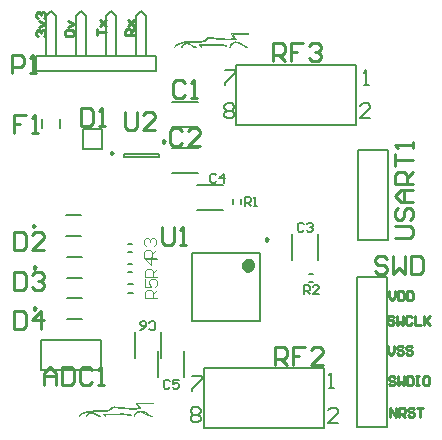
<source format=gto>
G04*
G04 #@! TF.GenerationSoftware,Altium Limited,Altium Designer,20.2.6 (244)*
G04*
G04 Layer_Color=65535*
%FSLAX25Y25*%
%MOIN*%
G70*
G04*
G04 #@! TF.SameCoordinates,009D9B9B-B68C-4BF6-A67E-57AE18EDBAF9*
G04*
G04*
G04 #@! TF.FilePolarity,Positive*
G04*
G01*
G75*
%ADD10C,0.00050*%
%ADD11C,0.00984*%
%ADD12C,0.02362*%
%ADD13C,0.00787*%
%ADD14C,0.00800*%
%ADD15C,0.01000*%
%ADD16C,0.00394*%
%ADD17C,0.00500*%
D10*
X52367Y19634D02*
X52377Y19601D01*
X52377D02*
X52511Y19390D01*
X52511D02*
X52670Y19149D01*
X52858Y18871D01*
X53043Y18593D02*
X52858Y18871D01*
X53192Y18352D02*
X53043Y18593D01*
X53310Y18147D02*
X53192Y18352D01*
X53306Y18112D02*
X53310Y18147D01*
X53269Y18092D02*
X53306Y18112D01*
X53091Y18049D02*
X53269Y18092D01*
X52879Y18003D02*
X53091Y18049D01*
X52635Y17957D02*
X52879Y18003D01*
X51735Y17855D02*
X52635Y17957D01*
X50738Y17852D02*
X51735Y17855D01*
X49343Y17952D02*
X50738Y17852D01*
X46967Y18207D02*
X48154Y18076D01*
X49343Y17952D01*
X46967Y18207D02*
X45682Y18347D01*
X45122Y18385D01*
X44786Y18364D01*
X44523Y18279D01*
X44381Y18196D01*
X44169Y18054D01*
X43933Y17886D01*
X43933D02*
X43706Y17714D01*
X43424Y17506D02*
X43706Y17714D01*
X43191Y17366D02*
X43424Y17506D01*
X42975Y17272D02*
X43191Y17366D01*
X42746Y17211D02*
X42975Y17272D01*
X42471Y17178D02*
X42746Y17211D01*
X41733Y17143D02*
X42471Y17178D01*
X40852Y17112D02*
X41733Y17143D01*
X39887Y17092D02*
X40852Y17112D01*
X39887Y17092D02*
X38717Y17063D01*
X37547Y17015D01*
X37547Y17015D02*
X36098Y16850D01*
Y16850D02*
X35083Y16559D01*
Y16559D02*
X34254Y16085D01*
X34083Y15945D01*
X33908Y15784D01*
X33755Y15628D01*
X33654Y15504D01*
X34685Y16162D02*
X33735Y15490D01*
X35751Y16551D02*
X34685Y16162D01*
X37312Y16760D02*
X36527Y16686D01*
X35751Y16551D01*
X40157Y16872D02*
X39209Y16844D01*
X38260Y16807D01*
X37312Y16760D01*
X40157Y16872D02*
X41137Y16898D01*
X42116Y16930D01*
X42116D02*
X42845Y17010D01*
Y17010D02*
X43336Y17188D01*
X43900Y17564D01*
X44080Y17700D02*
X43900Y17564D01*
X44243Y17816D02*
X44080Y17700D01*
X44382Y17906D02*
X44243Y17816D01*
X44431Y17920D02*
X44382Y17906D01*
X44431Y17920D02*
X44467Y17929D01*
Y17929D02*
X44517Y17958D01*
X44517Y17958D02*
X44568Y18000D01*
X44568Y18000D02*
X44615Y18050D01*
X44804Y18143D02*
X44615Y18050D01*
X45297Y18139D02*
X44804Y18143D01*
X46125Y18068D02*
X45297Y18139D01*
X47767Y17874D02*
X46946Y17973D01*
X46125Y18068D01*
X47767Y17874D02*
X48571Y17785D01*
X49377Y17713D01*
X49377D02*
X50842Y17645D01*
Y17645D02*
X52112Y17668D01*
Y17668D02*
X53114Y17789D01*
X53607Y18261D02*
X53705Y18149D01*
X53466Y18435D02*
X53607Y18261D01*
X53311Y18632D02*
X53466Y18435D01*
X53164Y18826D02*
X53311Y18632D01*
X53004Y19052D02*
X53164Y18826D01*
X52919Y19201D02*
X53004Y19052D01*
X52892Y19299D02*
X52919Y19201D01*
X52918Y19355D02*
X52892Y19299D01*
X53002Y19381D02*
X52918Y19355D01*
X53651Y19415D02*
X53002Y19381D01*
X54402Y19447D02*
X53651Y19415D01*
X55273Y19473D02*
X54402Y19447D01*
X55273Y19473D02*
X56147Y19495D01*
X57020Y19517D01*
X57894Y19539D01*
X57894D02*
X58031Y19599D01*
Y19599D02*
X58007Y19656D01*
X58008D02*
X57161Y19660D01*
X56314Y19664D01*
X55467Y19668D01*
X55467D02*
X54278Y19669D01*
X53278Y19663D01*
X53278D02*
X52386Y19652D01*
X52386D02*
X52367Y19634D01*
X53116Y16811D02*
X52633Y16507D01*
X52633D02*
X52205Y16075D01*
Y16075D02*
X51903Y15606D01*
Y15606D02*
X51811Y15195D01*
X51824Y15122D01*
X51854Y15115D01*
X51854D02*
X51907Y15184D01*
Y15184D02*
X52018Y15391D01*
X52285Y15807D02*
X52018Y15391D01*
X52632Y16188D02*
X52285Y15807D01*
X53016Y16492D02*
X52632Y16188D01*
X53390Y16674D02*
X53016Y16492D01*
X53919Y16757D02*
X53390Y16674D01*
X54449Y16665D02*
X53919Y16757D01*
X55145Y16349D02*
X54449Y16665D01*
X56322Y15653D02*
X55145Y16349D01*
X56322Y15653D02*
X56724Y15429D01*
X57174Y15224D01*
X57591Y15063D01*
X57750Y15061D01*
Y15061D02*
X57754Y15086D01*
X57633Y15170D01*
Y15170D02*
X57460Y15276D01*
Y15276D02*
X57239Y15396D01*
X56973Y15539D02*
X57239Y15396D01*
X56661Y15716D02*
X56973Y15539D01*
X56354Y15897D02*
X56661Y15716D01*
X56104Y16053D02*
X56354Y15897D01*
X56104Y16053D02*
X55416Y16472D01*
X54903Y16726D01*
X54461Y16870D01*
Y16870D02*
X54007Y16936D01*
Y16936D02*
X53714Y16943D01*
X53495Y16928D01*
X53307Y16885D01*
Y16885D02*
X53116Y16811D01*
X36887Y16415D02*
X36456Y16161D01*
X36456Y16161D02*
X36110Y15847D01*
X36110D02*
X35883Y15508D01*
X35807Y15184D01*
X35811Y15077D01*
X35827Y15067D01*
X35854Y15091D01*
X35932Y15240D01*
X36122Y15529D02*
X35932Y15240D01*
X36393Y15816D02*
X36122Y15529D01*
X36696Y16059D02*
X36393Y15816D01*
X36982Y16210D02*
X36696Y16059D01*
X37351Y16298D02*
X36982Y16210D01*
X37735Y16288D02*
X37351Y16298D01*
X38156Y16175D02*
X37735Y16288D01*
X38639Y15954D02*
X38156Y16175D01*
X38639Y15954D02*
X39550Y15475D01*
X39550D02*
X40079Y15216D01*
X40424Y15071D01*
X40599Y15053D01*
X40616Y15118D01*
Y15118D02*
X40371Y15285D01*
Y15285D02*
X39834Y15583D01*
Y15583D02*
X38667Y16188D01*
X38667D02*
X38137Y16420D01*
Y16420D02*
X37677Y16533D01*
Y16533D02*
X37268Y16529D01*
Y16529D02*
X36887Y16415D01*
X44307Y16024D02*
X42930Y16007D01*
X42930D02*
X42146Y15982D01*
X41619Y15953D01*
X41619D02*
X41570Y15899D01*
X41570D02*
X41616Y15792D01*
X41616D02*
X41929Y15496D01*
X42241Y15221D01*
X42241D02*
X42287Y15242D01*
X42279Y15274D01*
X42238Y15348D01*
X42185Y15435D01*
X42122Y15528D01*
X42342Y15756D02*
X42610Y15756D01*
X42610Y15756D02*
X43558Y15766D01*
X43558Y15766D02*
X44683Y15779D01*
X44683D02*
X45943Y15795D01*
X47923Y15818D02*
X46933Y15808D01*
X45943Y15795D01*
X48791Y15809D02*
X47923Y15818D01*
X49347Y15767D02*
X48791Y15809D01*
X49863Y15677D02*
X49347Y15767D01*
X49863Y15677D02*
X50620Y15505D01*
X50620Y15505D02*
X50829Y15464D01*
Y15464D02*
X50883Y15474D01*
X50887Y15507D01*
Y15507D02*
X50827Y15548D01*
X50827D02*
X50643Y15628D01*
X50643Y15628D02*
X50418Y15717D01*
Y15717D02*
X50167Y15807D01*
X49547Y15958D01*
X48786Y16028D01*
X47502Y16048D01*
X47502Y16048D02*
X46437Y16041D01*
X45372Y16034D01*
X44307Y16024D01*
X79302Y139148D02*
X78237Y139141D01*
X77172Y139134D01*
X76107Y139124D01*
X80586Y139128D02*
X79302Y139148D01*
X81347Y139058D02*
X80586Y139128D01*
X81967Y138907D02*
X81347Y139058D01*
X82218Y138817D02*
X81967Y138907D01*
X82442Y138728D02*
X82218Y138816D01*
X82627Y138648D02*
X82442Y138728D01*
X82687Y138607D02*
X82627Y138648D01*
X82683Y138574D02*
X82687Y138607D01*
X82629Y138564D02*
X82683Y138574D01*
X82420Y138605D02*
X82629Y138564D01*
X81663Y138777D02*
X82420Y138605D01*
X81663Y138777D02*
X81147Y138867D01*
X80590Y138909D01*
X79723Y138918D01*
X79723D02*
X78733Y138908D01*
X77743Y138895D01*
X76483Y138879D02*
X77743Y138895D01*
X75358Y138866D02*
X76483Y138879D01*
X74410Y138856D02*
X75358Y138866D01*
X74142Y138856D02*
X74410Y138856D01*
X73985Y138535D02*
X73922Y138628D01*
X74038Y138448D02*
X73985Y138535D01*
X74079Y138374D02*
X74038Y138448D01*
X74087Y138342D02*
X74079Y138374D01*
X74041Y138321D02*
X74087Y138342D01*
X73729Y138596D02*
X74041Y138321D01*
X73416Y138892D02*
X73729Y138596D01*
X73370Y138999D02*
X73416Y138892D01*
X73419Y139053D02*
X73370Y138999D01*
X73946Y139083D02*
X73419Y139053D01*
X74730Y139107D02*
X73946Y139083D01*
X76107Y139124D02*
X74730Y139107D01*
X69068Y139629D02*
X68687Y139515D01*
X69477Y139632D02*
X69068Y139629D01*
X69937Y139521D02*
X69477Y139632D01*
X70467Y139288D02*
X69937Y139521D01*
X71634Y138683D02*
X70467Y139288D01*
X72171Y138385D02*
X71634Y138683D01*
X72416Y138218D02*
X72171Y138385D01*
X72399Y138153D02*
X72416Y138218D01*
X72224Y138171D02*
X72399Y138153D01*
X71879Y138316D02*
X72224Y138171D01*
X71350Y138575D02*
X71879Y138316D01*
X70439Y139054D02*
X71350Y138575D01*
X70439Y139054D02*
X69956Y139275D01*
X69535Y139388D01*
X69151Y139398D01*
X68782Y139310D01*
X68496Y139159D01*
X68193Y138916D01*
X67922Y138629D01*
X67732Y138340D01*
X67654Y138191D02*
X67732Y138340D01*
X67628Y138167D02*
X67654Y138191D01*
X67611Y138177D02*
X67628Y138167D01*
X67607Y138284D02*
X67611Y138177D01*
X67683Y138608D02*
X67607Y138284D01*
X67910Y138947D02*
X67683Y138608D01*
X68256Y139261D02*
X67910Y138947D01*
X68687Y139515D02*
X68256Y139261D01*
X85107Y139986D02*
X84916Y139911D01*
X85295Y140028D02*
X85107Y139986D01*
X85514Y140043D02*
X85295Y140028D01*
X85807Y140036D02*
X85514Y140043D01*
X86261Y139970D02*
X85807Y140036D01*
X86703Y139826D02*
X86261Y139970D01*
X87216Y139572D02*
X86703Y139826D01*
X87904Y139153D02*
X87216Y139572D01*
X87904Y139153D02*
X88155Y138997D01*
X88461Y138816D01*
X88773Y138639D01*
X89039Y138496D01*
X89260Y138376D02*
X89039Y138496D01*
X89433Y138270D02*
X89260Y138376D01*
X89554Y138186D02*
X89433Y138270D01*
X89550Y138161D02*
X89554Y138186D01*
X89390Y138163D02*
X89550Y138161D01*
X88974Y138324D02*
X89390Y138163D01*
X88524Y138529D02*
X88974Y138324D01*
X88122Y138753D02*
X88524Y138529D01*
X88122Y138753D02*
X86945Y139449D01*
X86249Y139765D01*
X85719Y139857D01*
X85190Y139774D01*
X84816Y139592D01*
X84432Y139288D01*
Y139288D02*
X84085Y138907D01*
X84085Y138907D02*
X83818Y138491D01*
X83707Y138284D02*
X83818Y138491D01*
X83654Y138215D02*
X83707Y138284D01*
X83624Y138222D02*
X83654Y138215D01*
X83611Y138295D02*
X83624Y138222D01*
X83703Y138706D02*
X83611Y138295D01*
X84004Y139175D02*
X83703Y138706D01*
X84433Y139607D02*
X84004Y139175D01*
X84916Y139911D02*
X84433Y139607D01*
X84186Y142753D02*
X84167Y142734D01*
X85078Y142763D02*
X84186Y142753D01*
X86078Y142769D02*
X85078Y142763D01*
X87267Y142768D02*
X86078Y142769D01*
X89807Y142756D02*
X88961Y142760D01*
X88114Y142764D01*
X87267Y142768D01*
X89831Y142699D02*
X89807Y142756D01*
X89694Y142640D02*
X89831Y142699D01*
X87073Y142573D02*
X87947Y142595D01*
X88820Y142617D01*
X89694Y142640D01*
X87073Y142573D02*
X86202Y142547D01*
X86202Y142547D02*
X85452Y142515D01*
X85452D02*
X84802Y142481D01*
X84802Y142481D02*
X84719Y142455D01*
Y142455D02*
X84692Y142399D01*
X84692D02*
X84719Y142301D01*
X84804Y142152D01*
X84804D02*
X84964Y141926D01*
X84964D02*
X85111Y141732D01*
X85266Y141535D01*
Y141535D02*
X85407Y141361D01*
X85407Y141361D02*
X85505Y141249D01*
X83912Y140768D02*
X84914Y140889D01*
X82642Y140745D02*
X83912Y140768D01*
X81177Y140813D02*
X82642Y140745D01*
X79567Y140974D02*
X80371Y140884D01*
X81177Y140813D01*
X79567Y140974D02*
X78746Y141073D01*
X77925Y141168D01*
Y141168D02*
X77097Y141239D01*
X76604Y141243D01*
Y141243D02*
X76415Y141150D01*
X76368Y141100D02*
X76415Y141150D01*
X76316Y141058D02*
X76368Y141100D01*
X76267Y141029D02*
X76316Y141058D01*
X76230Y141020D02*
X76267Y141029D01*
X76230Y141020D02*
X76182Y141006D01*
X76043Y140916D01*
X75880Y140800D01*
X75700Y140664D01*
X75136Y140288D02*
X75700Y140664D01*
X74645Y140110D02*
X75136Y140288D01*
X73916Y140030D02*
X74645Y140110D01*
X71957Y139972D02*
X72937Y139998D01*
X73916Y140030D01*
X71957Y139972D02*
X71009Y139944D01*
X70060Y139907D01*
X69112Y139860D01*
X68327Y139786D01*
X67551Y139651D01*
X66485Y139262D01*
X66485D02*
X65535Y138590D01*
X65555Y138728D02*
X65453Y138604D01*
X65708Y138884D02*
X65555Y138728D01*
X65883Y139045D02*
X65708Y138884D01*
X66054Y139185D02*
X65883Y139045D01*
X66883Y139659D02*
X66054Y139185D01*
X67898Y139950D02*
X66883Y139659D01*
X69347Y140115D02*
X67898Y139950D01*
X71687Y140192D02*
X70517Y140163D01*
X69347Y140115D01*
X71687Y140192D02*
X72652Y140213D01*
X72652D02*
X73533Y140243D01*
X73533Y140243D02*
X74271Y140278D01*
X74271Y140278D02*
X74546Y140311D01*
X74775Y140372D01*
Y140372D02*
X74991Y140466D01*
Y140466D02*
X75224Y140606D01*
X75224D02*
X75506Y140814D01*
X75733Y140986D02*
X75506Y140814D01*
X75969Y141154D02*
X75733Y140986D01*
X76182Y141296D02*
X75969Y141154D01*
X76323Y141378D02*
X76182Y141296D01*
X76586Y141464D02*
X76323Y141378D01*
X76922Y141485D02*
X76586Y141464D01*
X77482Y141447D02*
X76922Y141485D01*
X78767Y141307D02*
X77482Y141447D01*
X78767Y141307D02*
X79954Y141176D01*
X81142Y141052D01*
X81142Y141052D02*
X82538Y140952D01*
X82538Y140952D02*
X83535Y140955D01*
X84435Y141058D01*
X84435D02*
X84679Y141103D01*
X84679D02*
X84891Y141149D01*
Y141149D02*
X85069Y141192D01*
Y141192D02*
X85106Y141212D01*
X85110Y141247D01*
X84992Y141453D01*
X84843Y141693D01*
X84658Y141971D01*
X84470Y142249D02*
X84658Y141971D01*
X84311Y142490D02*
X84470Y142249D01*
X84176Y142701D02*
X84311Y142490D01*
X84167Y142734D02*
X84176Y142701D01*
X33463Y15240D02*
X33654Y15504D01*
X33463Y15240D02*
X33735Y15490D01*
X53114Y17789D02*
X53900Y17937D01*
X53705Y18149D02*
X53900Y17937D01*
X41956Y15760D02*
X42122Y15528D01*
X41956Y15760D02*
X42342Y15756D01*
X73756Y138860D02*
X74142Y138856D01*
X73756Y138860D02*
X73922Y138628D01*
X85505Y141249D02*
X85701Y141037D01*
X84914Y140889D02*
X85701Y141037D01*
X65263Y138340D02*
X65535Y138590D01*
X65263Y138340D02*
X65453Y138604D01*
D11*
X19005Y78600D02*
X18267Y79026D01*
Y78174D01*
X19005Y78600D01*
X19205Y64800D02*
X18466Y65226D01*
Y64374D01*
X19205Y64800D01*
Y51100D02*
X18466Y51526D01*
Y50674D01*
X19205Y51100D01*
X96476Y74046D02*
X95738Y74473D01*
Y73620D01*
X96476Y74046D01*
X62176Y106724D02*
X61437Y107151D01*
Y106298D01*
X62176Y106724D01*
X44929Y102933D02*
X44191Y103359D01*
Y102507D01*
X44929Y102933D01*
D12*
X90965Y65483D02*
X90520Y66407D01*
X89521Y66635D01*
X88719Y65996D01*
Y64971D01*
X89521Y64332D01*
X90520Y64560D01*
X90965Y65483D01*
D13*
X113132Y67269D02*
Y75931D01*
X104668Y67269D02*
Y75931D01*
X29339Y75057D02*
X34261D01*
X29339Y82143D02*
X34261D01*
X29539Y61257D02*
X34461D01*
X29539Y68343D02*
X34461D01*
X29539Y47557D02*
X34461D01*
X29539Y54643D02*
X34461D01*
X52268Y34469D02*
Y43131D01*
X60732Y34469D02*
Y43131D01*
X64469Y120032D02*
X73131D01*
X64469Y111568D02*
X73131D01*
X64569Y104532D02*
X73231D01*
X64569Y96068D02*
X73231D01*
X49713Y63122D02*
X51287D01*
X49713Y65878D02*
X51287D01*
X49713Y69922D02*
X51287D01*
X49713Y72678D02*
X51287D01*
X49813Y59078D02*
X51387D01*
X49813Y56322D02*
X51387D01*
X136500Y73900D02*
Y103900D01*
X126500D02*
X136500D01*
X126500Y73900D02*
Y103900D01*
Y73900D02*
X136500D01*
X75100Y11100D02*
Y31100D01*
X115100Y11100D02*
Y31100D01*
X75100Y11100D02*
X115100D01*
X75100Y31100D02*
X115100D01*
X85900Y112200D02*
Y132200D01*
X125900Y112200D02*
Y132200D01*
X85900Y112200D02*
X125900D01*
X85900Y132200D02*
X125900D01*
X21000Y40500D02*
X41000D01*
X21000Y30500D02*
Y40500D01*
Y30500D02*
X41000D01*
Y40500D01*
X71280Y46979D02*
Y69420D01*
X93721Y46979D02*
Y69420D01*
X71280Y46979D02*
X93721D01*
X71280Y69420D02*
X93721D01*
X60306Y101409D02*
Y102591D01*
X48494Y101409D02*
Y102591D01*
X60306D01*
X48494Y101409D02*
X60306D01*
X34929Y104252D02*
X41071D01*
X34929D02*
Y110748D01*
X41071D01*
Y104252D02*
Y110748D01*
X110113Y62578D02*
X111687D01*
X110113Y59822D02*
X111687D01*
X87478Y85913D02*
Y87487D01*
X84722Y85913D02*
Y87487D01*
X21050Y111124D02*
Y114076D01*
X27350Y111124D02*
Y114076D01*
X59968Y28069D02*
Y36731D01*
X68432Y28069D02*
Y36731D01*
X72869Y83768D02*
X81531D01*
X72869Y92232D02*
X81531D01*
X126300Y61500D02*
X136300D01*
Y11500D02*
Y61500D01*
X126300Y11500D02*
Y61500D01*
Y11500D02*
X136300D01*
X19300Y130100D02*
X59300D01*
X22633Y135100D02*
Y148433D01*
X24300Y150100D01*
X25967Y148433D01*
Y135100D02*
Y148433D01*
X32633Y135100D02*
Y148433D01*
X34300Y150100D01*
X35967Y148433D01*
Y135100D02*
Y148433D01*
X42633Y135100D02*
Y148433D01*
X44300Y150100D01*
X45967Y148433D01*
Y135100D02*
Y148433D01*
X52633Y135100D02*
Y148433D01*
X54300Y150100D01*
X55967Y148433D01*
Y135100D02*
Y148433D01*
X59300Y130100D02*
Y135100D01*
X19300Y130100D02*
Y135100D01*
X59300D01*
D14*
X74100Y13935D02*
X73267Y13102D01*
X71601D01*
X70768Y13935D01*
Y14768D01*
X71601Y15601D01*
X70768Y16434D01*
Y17267D01*
X71601Y18100D01*
X73267D01*
X74100Y17267D01*
Y16434D01*
X73267Y15601D01*
X74100Y14768D01*
Y13935D01*
X73267Y15601D02*
X71601D01*
X71200Y28398D02*
X74532D01*
Y27565D01*
X71200Y24233D01*
Y23400D01*
X116700Y24600D02*
X118366D01*
X117533D01*
Y29598D01*
X116700Y28765D01*
X119932Y12900D02*
X116600D01*
X119932Y16232D01*
Y17065D01*
X119099Y17898D01*
X117433D01*
X116600Y17065D01*
X82000Y118565D02*
X82833Y119398D01*
X84499D01*
X85332Y118565D01*
Y117732D01*
X84499Y116899D01*
X85332Y116066D01*
Y115233D01*
X84499Y114400D01*
X82833D01*
X82000Y115233D01*
Y116066D01*
X82833Y116899D01*
X82000Y117732D01*
Y118565D01*
X82833Y116899D02*
X84499D01*
X82200Y130498D02*
X85532D01*
Y129665D01*
X82200Y126333D01*
Y125500D01*
X128500D02*
X130166D01*
X129333D01*
Y130498D01*
X128500Y129665D01*
X130632Y114400D02*
X127300D01*
X130632Y117732D01*
Y118565D01*
X129799Y119398D01*
X128133D01*
X127300Y118565D01*
D15*
X138499Y48199D02*
X137999Y48699D01*
X137000D01*
X136500Y48199D01*
Y47699D01*
X137000Y47199D01*
X137999D01*
X138499Y46700D01*
Y46200D01*
X137999Y45700D01*
X137000D01*
X136500Y46200D01*
X139499Y48699D02*
Y45700D01*
X140499Y46700D01*
X141498Y45700D01*
Y48699D01*
X144497Y48199D02*
X143998Y48699D01*
X142998D01*
X142498Y48199D01*
Y46200D01*
X142998Y45700D01*
X143998D01*
X144497Y46200D01*
X145497Y48699D02*
Y45700D01*
X147496D01*
X148496Y48699D02*
Y45700D01*
Y46700D01*
X150496Y48699D01*
X148996Y47199D01*
X150496Y45700D01*
X136600Y38699D02*
Y36700D01*
X137600Y35700D01*
X138599Y36700D01*
Y38699D01*
X141598Y38199D02*
X141099Y38699D01*
X140099D01*
X139599Y38199D01*
Y37699D01*
X140099Y37200D01*
X141099D01*
X141598Y36700D01*
Y36200D01*
X141099Y35700D01*
X140099D01*
X139599Y36200D01*
X144597Y38199D02*
X144098Y38699D01*
X143098D01*
X142598Y38199D01*
Y37699D01*
X143098Y37200D01*
X144098D01*
X144597Y36700D01*
Y36200D01*
X144098Y35700D01*
X143098D01*
X142598Y36200D01*
X136700Y56799D02*
Y54800D01*
X137700Y53800D01*
X138699Y54800D01*
Y56799D01*
X139699D02*
Y53800D01*
X141199D01*
X141698Y54300D01*
Y56299D01*
X141199Y56799D01*
X139699D01*
X142698D02*
Y53800D01*
X144198D01*
X144697Y54300D01*
Y56299D01*
X144198Y56799D01*
X142698D01*
X51933Y142171D02*
X48934D01*
Y143670D01*
X49434Y144170D01*
X50434D01*
X50934Y143670D01*
Y142171D01*
Y143170D02*
X51933Y144170D01*
X49934Y145169D02*
X51933Y147169D01*
X50934Y146169D01*
X49934Y147169D01*
X51933Y145169D01*
X39434Y142171D02*
Y144170D01*
Y143170D01*
X42433D01*
X40434Y145169D02*
X42433Y147169D01*
X41434Y146169D01*
X40434Y147169D01*
X42433Y145169D01*
X138799Y27999D02*
X138300Y28499D01*
X137300D01*
X136800Y27999D01*
Y27499D01*
X137300Y27000D01*
X138300D01*
X138799Y26500D01*
Y26000D01*
X138300Y25500D01*
X137300D01*
X136800Y26000D01*
X139799Y28499D02*
Y25500D01*
X140799Y26500D01*
X141798Y25500D01*
Y28499D01*
X142798D02*
Y25500D01*
X144298D01*
X144797Y26000D01*
Y27999D01*
X144298Y28499D01*
X142798D01*
X145797D02*
X146797D01*
X146297D01*
Y25500D01*
X145797D01*
X146797D01*
X149796Y28499D02*
X148796D01*
X148296Y27999D01*
Y26000D01*
X148796Y25500D01*
X149796D01*
X150296Y26000D01*
Y27999D01*
X149796Y28499D01*
X29234Y141870D02*
X28734Y142370D01*
Y143370D01*
X29234Y143870D01*
X31234D01*
X31733Y143370D01*
Y142370D01*
X31234Y141870D01*
X29234D01*
X29734Y144869D02*
X31733Y145869D01*
X29734Y146869D01*
X137200Y14900D02*
Y17899D01*
X139199Y14900D01*
Y17899D01*
X140199Y14900D02*
Y17899D01*
X141699D01*
X142198Y17399D01*
Y16399D01*
X141699Y15900D01*
X140199D01*
X141199D02*
X142198Y14900D01*
X145197Y17399D02*
X144698Y17899D01*
X143698D01*
X143198Y17399D01*
Y16899D01*
X143698Y16399D01*
X144698D01*
X145197Y15900D01*
Y15400D01*
X144698Y14900D01*
X143698D01*
X143198Y15400D01*
X146197Y17899D02*
X148196D01*
X147197D01*
Y14900D01*
X19734Y141771D02*
X19234Y142270D01*
Y143270D01*
X19734Y143770D01*
X20234D01*
X20734Y143270D01*
Y142770D01*
Y143270D01*
X21234Y143770D01*
X21734D01*
X22233Y143270D01*
Y142270D01*
X21734Y141771D01*
X20234Y144770D02*
X22233Y145769D01*
X20234Y146769D01*
X19734Y147768D02*
X19234Y148268D01*
Y149268D01*
X19734Y149768D01*
X20234D01*
X20734Y149268D01*
Y148768D01*
Y149268D01*
X21234Y149768D01*
X21734D01*
X22233Y149268D01*
Y148268D01*
X21734Y147768D01*
X11702Y50099D02*
Y44101D01*
X14701D01*
X15700Y45101D01*
Y49099D01*
X14701Y50099D01*
X11702D01*
X20699Y44101D02*
Y50099D01*
X17700Y47100D01*
X21698D01*
X11702Y63099D02*
Y57101D01*
X14701D01*
X15700Y58101D01*
Y62099D01*
X14701Y63099D01*
X11702D01*
X17700Y62099D02*
X18699Y63099D01*
X20699D01*
X21698Y62099D01*
Y61100D01*
X20699Y60100D01*
X19699D01*
X20699D01*
X21698Y59100D01*
Y58101D01*
X20699Y57101D01*
X18699D01*
X17700Y58101D01*
X11702Y76699D02*
Y70701D01*
X14701D01*
X15700Y71701D01*
Y75699D01*
X14701Y76699D01*
X11702D01*
X21698Y70701D02*
X17700D01*
X21698Y74700D01*
Y75699D01*
X20699Y76699D01*
X18699D01*
X17700Y75699D01*
X138801Y74405D02*
X143799D01*
X144799Y75405D01*
Y77404D01*
X143799Y78404D01*
X138801D01*
X139801Y84402D02*
X138801Y83402D01*
Y81403D01*
X139801Y80403D01*
X140800D01*
X141800Y81403D01*
Y83402D01*
X142800Y84402D01*
X143799D01*
X144799Y83402D01*
Y81403D01*
X143799Y80403D01*
X144799Y86401D02*
X140800D01*
X138801Y88401D01*
X140800Y90400D01*
X144799D01*
X141800D01*
Y86401D01*
X144799Y92399D02*
X138801D01*
Y95398D01*
X139801Y96398D01*
X141800D01*
X142800Y95398D01*
Y92399D01*
Y94399D02*
X144799Y96398D01*
X138801Y98397D02*
Y102396D01*
Y100397D01*
X144799D01*
Y104395D02*
Y106395D01*
Y105395D01*
X138801D01*
X139801Y104395D01*
X21803Y25601D02*
Y29600D01*
X23803Y31599D01*
X25802Y29600D01*
Y25601D01*
Y28600D01*
X21803D01*
X27801Y31599D02*
Y25601D01*
X30800D01*
X31800Y26601D01*
Y30599D01*
X30800Y31599D01*
X27801D01*
X37798Y30599D02*
X36798Y31599D01*
X34799D01*
X33799Y30599D01*
Y26601D01*
X34799Y25601D01*
X36798D01*
X37798Y26601D01*
X39797Y25601D02*
X41797D01*
X40797D01*
Y31599D01*
X39797Y30599D01*
X49002Y116599D02*
Y111601D01*
X50001Y110601D01*
X52001D01*
X53000Y111601D01*
Y116599D01*
X58998Y110601D02*
X55000D01*
X58998Y114600D01*
Y115599D01*
X57999Y116599D01*
X55999D01*
X55000Y115599D01*
X61101Y78299D02*
Y73301D01*
X62101Y72301D01*
X64100D01*
X65100Y73301D01*
Y78299D01*
X67099Y72301D02*
X69099D01*
X68099D01*
Y78299D01*
X67099Y77299D01*
X98303Y133601D02*
Y139599D01*
X101302D01*
X102301Y138599D01*
Y136600D01*
X101302Y135600D01*
X98303D01*
X100302D02*
X102301Y133601D01*
X108299Y139599D02*
X104301D01*
Y136600D01*
X106300D01*
X104301D01*
Y133601D01*
X110299Y138599D02*
X111298Y139599D01*
X113298D01*
X114297Y138599D01*
Y137600D01*
X113298Y136600D01*
X112298D01*
X113298D01*
X114297Y135600D01*
Y134601D01*
X113298Y133601D01*
X111298D01*
X110299Y134601D01*
X98903Y32301D02*
Y38299D01*
X101902D01*
X102901Y37299D01*
Y35300D01*
X101902Y34300D01*
X98903D01*
X100902D02*
X102901Y32301D01*
X108899Y38299D02*
X104901D01*
Y35300D01*
X106900D01*
X104901D01*
Y32301D01*
X114897D02*
X110899D01*
X114897Y36300D01*
Y37299D01*
X113898Y38299D01*
X111898D01*
X110899Y37299D01*
X136301Y67699D02*
X135302Y68699D01*
X133302D01*
X132303Y67699D01*
Y66700D01*
X133302Y65700D01*
X135302D01*
X136301Y64700D01*
Y63701D01*
X135302Y62701D01*
X133302D01*
X132303Y63701D01*
X138301Y68699D02*
Y62701D01*
X140300Y64700D01*
X142299Y62701D01*
Y68699D01*
X144299D02*
Y62701D01*
X147298D01*
X148297Y63701D01*
Y67699D01*
X147298Y68699D01*
X144299D01*
X11201Y129701D02*
Y135699D01*
X14200D01*
X15200Y134699D01*
Y132700D01*
X14200Y131700D01*
X11201D01*
X17199Y129701D02*
X19199D01*
X18199D01*
Y135699D01*
X17199Y134699D01*
X15800Y115699D02*
X11801D01*
Y112700D01*
X13801D01*
X11801D01*
Y109701D01*
X17799D02*
X19799D01*
X18799D01*
Y115699D01*
X17799Y114699D01*
X34201Y117899D02*
Y111901D01*
X37200D01*
X38200Y112901D01*
Y116899D01*
X37200Y117899D01*
X34201D01*
X40199Y111901D02*
X42199D01*
X41199D01*
Y117899D01*
X40199Y116899D01*
X67700Y110299D02*
X66701Y111299D01*
X64701D01*
X63702Y110299D01*
Y106301D01*
X64701Y105301D01*
X66701D01*
X67700Y106301D01*
X73698Y105301D02*
X69700D01*
X73698Y109300D01*
Y110299D01*
X72699Y111299D01*
X70699D01*
X69700Y110299D01*
X69000Y126199D02*
X68000Y127199D01*
X66001D01*
X65001Y126199D01*
Y122201D01*
X66001Y121201D01*
X68000D01*
X69000Y122201D01*
X70999Y121201D02*
X72999D01*
X71999D01*
Y127199D01*
X70999Y126199D01*
D16*
X59368Y54420D02*
X55432D01*
Y56388D01*
X56088Y57044D01*
X57400D01*
X58056Y56388D01*
Y54420D01*
Y55732D02*
X59368Y57044D01*
X55432Y60980D02*
Y58356D01*
X57400D01*
X56744Y59668D01*
Y60324D01*
X57400Y60980D01*
X58712D01*
X59368Y60324D01*
Y59012D01*
X58712Y58356D01*
X59368Y61620D02*
X55432D01*
Y63588D01*
X56088Y64244D01*
X57400D01*
X58056Y63588D01*
Y61620D01*
Y62932D02*
X59368Y64244D01*
Y67524D02*
X55432D01*
X57400Y65556D01*
Y68180D01*
X59268Y68020D02*
X55332D01*
Y69988D01*
X55988Y70644D01*
X57300D01*
X57956Y69988D01*
Y68020D01*
Y69332D02*
X59268Y70644D01*
X55988Y71956D02*
X55332Y72612D01*
Y73924D01*
X55988Y74580D01*
X56644D01*
X57300Y73924D01*
Y73268D01*
Y73924D01*
X57956Y74580D01*
X58612D01*
X59268Y73924D01*
Y72612D01*
X58612Y71956D01*
D17*
X108501Y55800D02*
Y58799D01*
X110000D01*
X110500Y58300D01*
Y57300D01*
X110000Y56800D01*
X108501D01*
X109501D02*
X110500Y55800D01*
X113499D02*
X111500D01*
X113499Y57800D01*
Y58300D01*
X112999Y58799D01*
X112000D01*
X111500Y58300D01*
X88701Y85300D02*
Y88300D01*
X90200D01*
X90700Y87800D01*
Y86800D01*
X90200Y86300D01*
X88701D01*
X89700D02*
X90700Y85300D01*
X91700D02*
X92699D01*
X92199D01*
Y88300D01*
X91700Y87800D01*
X56900Y44300D02*
X57400Y43801D01*
X58399Y43800D01*
X58899Y44300D01*
X58899Y46300D01*
X58399Y46799D01*
X57400Y46799D01*
X56900Y46300D01*
X53901Y43801D02*
X54900Y44300D01*
X55900Y45300D01*
X55900Y46300D01*
X55400Y46799D01*
X54401Y46800D01*
X53901Y46300D01*
X53901Y45800D01*
X54401Y45300D01*
X55900Y45300D01*
X63696Y26798D02*
X63194Y27295D01*
X62195Y27291D01*
X61697Y26790D01*
X61705Y24790D01*
X62207Y24292D01*
X63206Y24296D01*
X63704Y24798D01*
X66693Y27310D02*
X64694Y27301D01*
X64700Y25802D01*
X65697Y26306D01*
X66197Y26308D01*
X66699Y25810D01*
X66703Y24811D01*
X66205Y24309D01*
X65206Y24305D01*
X64704Y24802D01*
X79204Y95402D02*
X78707Y95904D01*
X77707Y95908D01*
X77205Y95410D01*
X77197Y93411D01*
X77694Y92909D01*
X78694Y92905D01*
X79196Y93402D01*
X81693Y92892D02*
X81706Y95891D01*
X80200Y94398D01*
X82199Y94389D01*
X108398Y79072D02*
X107898Y79571D01*
X106898Y79569D01*
X106399Y79068D01*
X106403Y77069D01*
X106903Y76570D01*
X107903Y76572D01*
X108402Y77072D01*
X109398Y79073D02*
X109897Y79574D01*
X110897Y79576D01*
X111397Y79077D01*
X111398Y78577D01*
X110899Y78076D01*
X110399Y78075D01*
X110899Y78076D01*
X111400Y77577D01*
X111401Y77078D01*
X110902Y76577D01*
X109902Y76575D01*
X109402Y77074D01*
M02*

</source>
